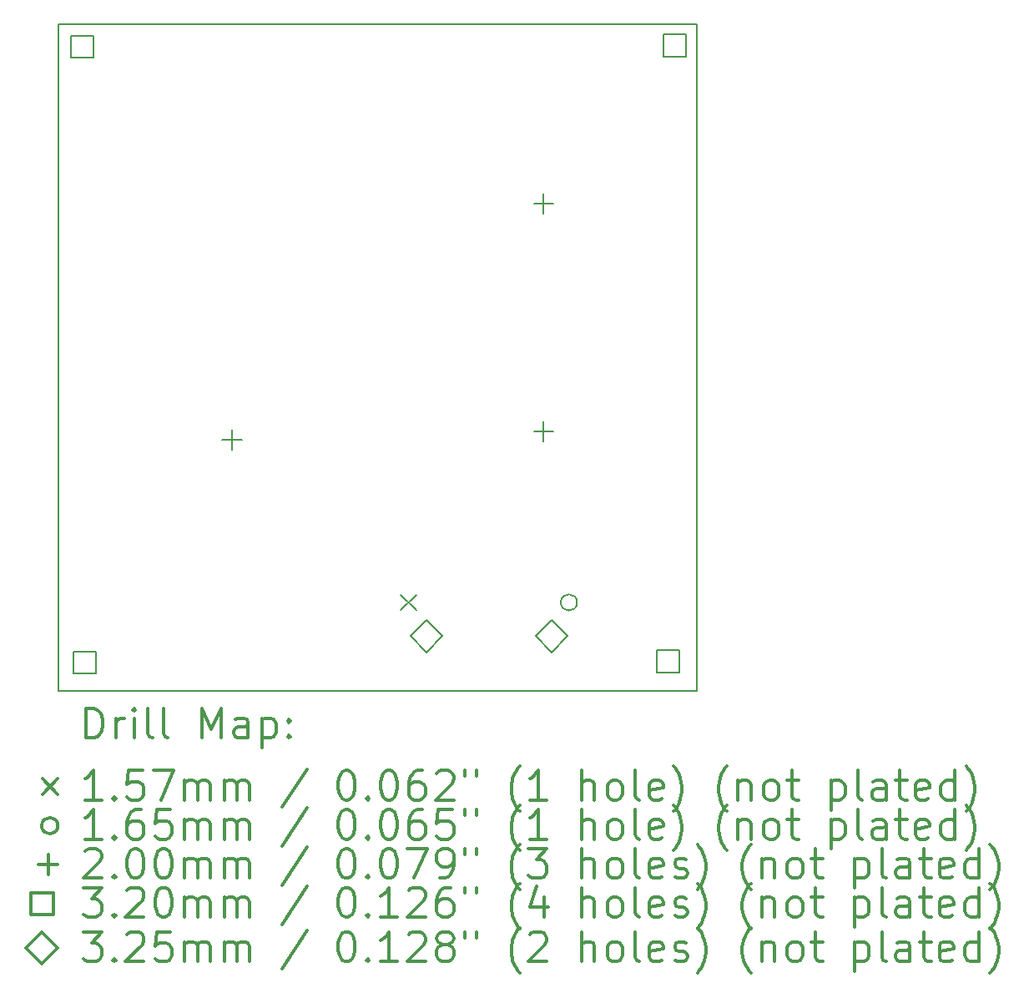
<source format=gbr>
%FSLAX45Y45*%
G04 Gerber Fmt 4.5, Leading zero omitted, Abs format (unit mm)*
G04 Created by KiCad (PCBNEW 4.1.0-alpha+201608171232+7063~46~ubuntu14.04.1-product) date Fri Aug 19 13:41:16 2016*
%MOMM*%
%LPD*%
G01*
G04 APERTURE LIST*
%ADD10C,0.127000*%
%ADD11C,0.150000*%
%ADD12C,0.200000*%
%ADD13C,0.300000*%
G04 APERTURE END LIST*
D10*
D11*
X18402300Y-5791200D02*
X11925300Y-5791200D01*
X18402300Y-12560300D02*
X18402300Y-5791200D01*
X11925300Y-12560300D02*
X18402300Y-12560300D01*
X11925300Y-5791200D02*
X11925300Y-12560300D01*
D12*
X15397920Y-11580000D02*
X15554920Y-11737000D01*
X15554920Y-11580000D02*
X15397920Y-11737000D01*
X17184920Y-11658500D02*
G75*
G03X17184920Y-11658500I-82500J0D01*
G01*
X13681840Y-9907840D02*
X13681840Y-10107840D01*
X13581840Y-10007840D02*
X13781840Y-10007840D01*
X16845840Y-7512840D02*
X16845840Y-7712840D01*
X16745840Y-7612840D02*
X16945840Y-7612840D01*
X16845840Y-9820840D02*
X16845840Y-10020840D01*
X16745840Y-9920840D02*
X16945840Y-9920840D01*
X12279738Y-6132938D02*
X12279738Y-5906662D01*
X12053462Y-5906662D01*
X12053462Y-6132938D01*
X12279738Y-6132938D01*
X12305138Y-12381338D02*
X12305138Y-12155062D01*
X12078862Y-12155062D01*
X12078862Y-12381338D01*
X12305138Y-12381338D01*
X18223338Y-12368638D02*
X18223338Y-12142362D01*
X17997062Y-12142362D01*
X17997062Y-12368638D01*
X18223338Y-12368638D01*
X18286838Y-6120238D02*
X18286838Y-5893962D01*
X18060562Y-5893962D01*
X18060562Y-6120238D01*
X18286838Y-6120238D01*
X15654420Y-12164000D02*
X15816920Y-12001500D01*
X15654420Y-11839000D01*
X15491920Y-12001500D01*
X15654420Y-12164000D01*
X16924420Y-12164000D02*
X17086920Y-12001500D01*
X16924420Y-11839000D01*
X16761920Y-12001500D01*
X16924420Y-12164000D01*
D13*
X12204228Y-13033514D02*
X12204228Y-12733514D01*
X12275657Y-12733514D01*
X12318514Y-12747800D01*
X12347086Y-12776371D01*
X12361371Y-12804943D01*
X12375657Y-12862086D01*
X12375657Y-12904943D01*
X12361371Y-12962086D01*
X12347086Y-12990657D01*
X12318514Y-13019229D01*
X12275657Y-13033514D01*
X12204228Y-13033514D01*
X12504228Y-13033514D02*
X12504228Y-12833514D01*
X12504228Y-12890657D02*
X12518514Y-12862086D01*
X12532800Y-12847800D01*
X12561371Y-12833514D01*
X12589943Y-12833514D01*
X12689943Y-13033514D02*
X12689943Y-12833514D01*
X12689943Y-12733514D02*
X12675657Y-12747800D01*
X12689943Y-12762086D01*
X12704228Y-12747800D01*
X12689943Y-12733514D01*
X12689943Y-12762086D01*
X12875657Y-13033514D02*
X12847086Y-13019229D01*
X12832800Y-12990657D01*
X12832800Y-12733514D01*
X13032800Y-13033514D02*
X13004228Y-13019229D01*
X12989943Y-12990657D01*
X12989943Y-12733514D01*
X13375657Y-13033514D02*
X13375657Y-12733514D01*
X13475657Y-12947800D01*
X13575657Y-12733514D01*
X13575657Y-13033514D01*
X13847086Y-13033514D02*
X13847086Y-12876371D01*
X13832800Y-12847800D01*
X13804228Y-12833514D01*
X13747086Y-12833514D01*
X13718514Y-12847800D01*
X13847086Y-13019229D02*
X13818514Y-13033514D01*
X13747086Y-13033514D01*
X13718514Y-13019229D01*
X13704228Y-12990657D01*
X13704228Y-12962086D01*
X13718514Y-12933514D01*
X13747086Y-12919229D01*
X13818514Y-12919229D01*
X13847086Y-12904943D01*
X13989943Y-12833514D02*
X13989943Y-13133514D01*
X13989943Y-12847800D02*
X14018514Y-12833514D01*
X14075657Y-12833514D01*
X14104228Y-12847800D01*
X14118514Y-12862086D01*
X14132800Y-12890657D01*
X14132800Y-12976371D01*
X14118514Y-13004943D01*
X14104228Y-13019229D01*
X14075657Y-13033514D01*
X14018514Y-13033514D01*
X13989943Y-13019229D01*
X14261371Y-13004943D02*
X14275657Y-13019229D01*
X14261371Y-13033514D01*
X14247086Y-13019229D01*
X14261371Y-13004943D01*
X14261371Y-13033514D01*
X14261371Y-12847800D02*
X14275657Y-12862086D01*
X14261371Y-12876371D01*
X14247086Y-12862086D01*
X14261371Y-12847800D01*
X14261371Y-12876371D01*
X11760800Y-13449300D02*
X11917800Y-13606300D01*
X11917800Y-13449300D02*
X11760800Y-13606300D01*
X12361371Y-13663514D02*
X12189943Y-13663514D01*
X12275657Y-13663514D02*
X12275657Y-13363514D01*
X12247086Y-13406371D01*
X12218514Y-13434943D01*
X12189943Y-13449229D01*
X12489943Y-13634943D02*
X12504228Y-13649229D01*
X12489943Y-13663514D01*
X12475657Y-13649229D01*
X12489943Y-13634943D01*
X12489943Y-13663514D01*
X12775657Y-13363514D02*
X12632800Y-13363514D01*
X12618514Y-13506371D01*
X12632800Y-13492086D01*
X12661371Y-13477800D01*
X12732800Y-13477800D01*
X12761371Y-13492086D01*
X12775657Y-13506371D01*
X12789943Y-13534943D01*
X12789943Y-13606371D01*
X12775657Y-13634943D01*
X12761371Y-13649229D01*
X12732800Y-13663514D01*
X12661371Y-13663514D01*
X12632800Y-13649229D01*
X12618514Y-13634943D01*
X12889943Y-13363514D02*
X13089943Y-13363514D01*
X12961371Y-13663514D01*
X13204228Y-13663514D02*
X13204228Y-13463514D01*
X13204228Y-13492086D02*
X13218514Y-13477800D01*
X13247086Y-13463514D01*
X13289943Y-13463514D01*
X13318514Y-13477800D01*
X13332800Y-13506371D01*
X13332800Y-13663514D01*
X13332800Y-13506371D02*
X13347086Y-13477800D01*
X13375657Y-13463514D01*
X13418514Y-13463514D01*
X13447086Y-13477800D01*
X13461371Y-13506371D01*
X13461371Y-13663514D01*
X13604228Y-13663514D02*
X13604228Y-13463514D01*
X13604228Y-13492086D02*
X13618514Y-13477800D01*
X13647086Y-13463514D01*
X13689943Y-13463514D01*
X13718514Y-13477800D01*
X13732800Y-13506371D01*
X13732800Y-13663514D01*
X13732800Y-13506371D02*
X13747086Y-13477800D01*
X13775657Y-13463514D01*
X13818514Y-13463514D01*
X13847086Y-13477800D01*
X13861371Y-13506371D01*
X13861371Y-13663514D01*
X14447086Y-13349229D02*
X14189943Y-13734943D01*
X14832800Y-13363514D02*
X14861371Y-13363514D01*
X14889943Y-13377800D01*
X14904228Y-13392086D01*
X14918514Y-13420657D01*
X14932800Y-13477800D01*
X14932800Y-13549229D01*
X14918514Y-13606371D01*
X14904228Y-13634943D01*
X14889943Y-13649229D01*
X14861371Y-13663514D01*
X14832800Y-13663514D01*
X14804228Y-13649229D01*
X14789943Y-13634943D01*
X14775657Y-13606371D01*
X14761371Y-13549229D01*
X14761371Y-13477800D01*
X14775657Y-13420657D01*
X14789943Y-13392086D01*
X14804228Y-13377800D01*
X14832800Y-13363514D01*
X15061371Y-13634943D02*
X15075657Y-13649229D01*
X15061371Y-13663514D01*
X15047086Y-13649229D01*
X15061371Y-13634943D01*
X15061371Y-13663514D01*
X15261371Y-13363514D02*
X15289943Y-13363514D01*
X15318514Y-13377800D01*
X15332800Y-13392086D01*
X15347086Y-13420657D01*
X15361371Y-13477800D01*
X15361371Y-13549229D01*
X15347086Y-13606371D01*
X15332800Y-13634943D01*
X15318514Y-13649229D01*
X15289943Y-13663514D01*
X15261371Y-13663514D01*
X15232800Y-13649229D01*
X15218514Y-13634943D01*
X15204228Y-13606371D01*
X15189943Y-13549229D01*
X15189943Y-13477800D01*
X15204228Y-13420657D01*
X15218514Y-13392086D01*
X15232800Y-13377800D01*
X15261371Y-13363514D01*
X15618514Y-13363514D02*
X15561371Y-13363514D01*
X15532800Y-13377800D01*
X15518514Y-13392086D01*
X15489943Y-13434943D01*
X15475657Y-13492086D01*
X15475657Y-13606371D01*
X15489943Y-13634943D01*
X15504228Y-13649229D01*
X15532800Y-13663514D01*
X15589943Y-13663514D01*
X15618514Y-13649229D01*
X15632800Y-13634943D01*
X15647086Y-13606371D01*
X15647086Y-13534943D01*
X15632800Y-13506371D01*
X15618514Y-13492086D01*
X15589943Y-13477800D01*
X15532800Y-13477800D01*
X15504228Y-13492086D01*
X15489943Y-13506371D01*
X15475657Y-13534943D01*
X15761371Y-13392086D02*
X15775657Y-13377800D01*
X15804228Y-13363514D01*
X15875657Y-13363514D01*
X15904228Y-13377800D01*
X15918514Y-13392086D01*
X15932800Y-13420657D01*
X15932800Y-13449229D01*
X15918514Y-13492086D01*
X15747086Y-13663514D01*
X15932800Y-13663514D01*
X16047086Y-13363514D02*
X16047086Y-13420657D01*
X16161371Y-13363514D02*
X16161371Y-13420657D01*
X16604228Y-13777800D02*
X16589943Y-13763514D01*
X16561371Y-13720657D01*
X16547086Y-13692086D01*
X16532800Y-13649229D01*
X16518514Y-13577800D01*
X16518514Y-13520657D01*
X16532800Y-13449229D01*
X16547086Y-13406371D01*
X16561371Y-13377800D01*
X16589943Y-13334943D01*
X16604228Y-13320657D01*
X16875657Y-13663514D02*
X16704228Y-13663514D01*
X16789943Y-13663514D02*
X16789943Y-13363514D01*
X16761371Y-13406371D01*
X16732800Y-13434943D01*
X16704228Y-13449229D01*
X17232800Y-13663514D02*
X17232800Y-13363514D01*
X17361371Y-13663514D02*
X17361371Y-13506371D01*
X17347086Y-13477800D01*
X17318514Y-13463514D01*
X17275657Y-13463514D01*
X17247086Y-13477800D01*
X17232800Y-13492086D01*
X17547086Y-13663514D02*
X17518514Y-13649229D01*
X17504228Y-13634943D01*
X17489943Y-13606371D01*
X17489943Y-13520657D01*
X17504228Y-13492086D01*
X17518514Y-13477800D01*
X17547086Y-13463514D01*
X17589943Y-13463514D01*
X17618514Y-13477800D01*
X17632800Y-13492086D01*
X17647086Y-13520657D01*
X17647086Y-13606371D01*
X17632800Y-13634943D01*
X17618514Y-13649229D01*
X17589943Y-13663514D01*
X17547086Y-13663514D01*
X17818514Y-13663514D02*
X17789943Y-13649229D01*
X17775657Y-13620657D01*
X17775657Y-13363514D01*
X18047086Y-13649229D02*
X18018514Y-13663514D01*
X17961371Y-13663514D01*
X17932800Y-13649229D01*
X17918514Y-13620657D01*
X17918514Y-13506371D01*
X17932800Y-13477800D01*
X17961371Y-13463514D01*
X18018514Y-13463514D01*
X18047086Y-13477800D01*
X18061371Y-13506371D01*
X18061371Y-13534943D01*
X17918514Y-13563514D01*
X18161371Y-13777800D02*
X18175657Y-13763514D01*
X18204228Y-13720657D01*
X18218514Y-13692086D01*
X18232800Y-13649229D01*
X18247086Y-13577800D01*
X18247086Y-13520657D01*
X18232800Y-13449229D01*
X18218514Y-13406371D01*
X18204228Y-13377800D01*
X18175657Y-13334943D01*
X18161371Y-13320657D01*
X18704228Y-13777800D02*
X18689943Y-13763514D01*
X18661371Y-13720657D01*
X18647086Y-13692086D01*
X18632800Y-13649229D01*
X18618514Y-13577800D01*
X18618514Y-13520657D01*
X18632800Y-13449229D01*
X18647086Y-13406371D01*
X18661371Y-13377800D01*
X18689943Y-13334943D01*
X18704228Y-13320657D01*
X18818514Y-13463514D02*
X18818514Y-13663514D01*
X18818514Y-13492086D02*
X18832800Y-13477800D01*
X18861371Y-13463514D01*
X18904228Y-13463514D01*
X18932800Y-13477800D01*
X18947086Y-13506371D01*
X18947086Y-13663514D01*
X19132800Y-13663514D02*
X19104228Y-13649229D01*
X19089943Y-13634943D01*
X19075657Y-13606371D01*
X19075657Y-13520657D01*
X19089943Y-13492086D01*
X19104228Y-13477800D01*
X19132800Y-13463514D01*
X19175657Y-13463514D01*
X19204228Y-13477800D01*
X19218514Y-13492086D01*
X19232800Y-13520657D01*
X19232800Y-13606371D01*
X19218514Y-13634943D01*
X19204228Y-13649229D01*
X19175657Y-13663514D01*
X19132800Y-13663514D01*
X19318514Y-13463514D02*
X19432800Y-13463514D01*
X19361371Y-13363514D02*
X19361371Y-13620657D01*
X19375657Y-13649229D01*
X19404228Y-13663514D01*
X19432800Y-13663514D01*
X19761371Y-13463514D02*
X19761371Y-13763514D01*
X19761371Y-13477800D02*
X19789943Y-13463514D01*
X19847086Y-13463514D01*
X19875657Y-13477800D01*
X19889943Y-13492086D01*
X19904228Y-13520657D01*
X19904228Y-13606371D01*
X19889943Y-13634943D01*
X19875657Y-13649229D01*
X19847086Y-13663514D01*
X19789943Y-13663514D01*
X19761371Y-13649229D01*
X20075657Y-13663514D02*
X20047086Y-13649229D01*
X20032800Y-13620657D01*
X20032800Y-13363514D01*
X20318514Y-13663514D02*
X20318514Y-13506371D01*
X20304228Y-13477800D01*
X20275657Y-13463514D01*
X20218514Y-13463514D01*
X20189943Y-13477800D01*
X20318514Y-13649229D02*
X20289943Y-13663514D01*
X20218514Y-13663514D01*
X20189943Y-13649229D01*
X20175657Y-13620657D01*
X20175657Y-13592086D01*
X20189943Y-13563514D01*
X20218514Y-13549229D01*
X20289943Y-13549229D01*
X20318514Y-13534943D01*
X20418514Y-13463514D02*
X20532800Y-13463514D01*
X20461371Y-13363514D02*
X20461371Y-13620657D01*
X20475657Y-13649229D01*
X20504228Y-13663514D01*
X20532800Y-13663514D01*
X20747086Y-13649229D02*
X20718514Y-13663514D01*
X20661371Y-13663514D01*
X20632800Y-13649229D01*
X20618514Y-13620657D01*
X20618514Y-13506371D01*
X20632800Y-13477800D01*
X20661371Y-13463514D01*
X20718514Y-13463514D01*
X20747086Y-13477800D01*
X20761371Y-13506371D01*
X20761371Y-13534943D01*
X20618514Y-13563514D01*
X21018514Y-13663514D02*
X21018514Y-13363514D01*
X21018514Y-13649229D02*
X20989943Y-13663514D01*
X20932800Y-13663514D01*
X20904228Y-13649229D01*
X20889943Y-13634943D01*
X20875657Y-13606371D01*
X20875657Y-13520657D01*
X20889943Y-13492086D01*
X20904228Y-13477800D01*
X20932800Y-13463514D01*
X20989943Y-13463514D01*
X21018514Y-13477800D01*
X21132800Y-13777800D02*
X21147086Y-13763514D01*
X21175657Y-13720657D01*
X21189943Y-13692086D01*
X21204228Y-13649229D01*
X21218514Y-13577800D01*
X21218514Y-13520657D01*
X21204228Y-13449229D01*
X21189943Y-13406371D01*
X21175657Y-13377800D01*
X21147086Y-13334943D01*
X21132800Y-13320657D01*
X11917800Y-13923800D02*
G75*
G03X11917800Y-13923800I-82500J0D01*
G01*
X12361371Y-14059514D02*
X12189943Y-14059514D01*
X12275657Y-14059514D02*
X12275657Y-13759514D01*
X12247086Y-13802371D01*
X12218514Y-13830943D01*
X12189943Y-13845229D01*
X12489943Y-14030943D02*
X12504228Y-14045229D01*
X12489943Y-14059514D01*
X12475657Y-14045229D01*
X12489943Y-14030943D01*
X12489943Y-14059514D01*
X12761371Y-13759514D02*
X12704228Y-13759514D01*
X12675657Y-13773800D01*
X12661371Y-13788086D01*
X12632800Y-13830943D01*
X12618514Y-13888086D01*
X12618514Y-14002371D01*
X12632800Y-14030943D01*
X12647086Y-14045229D01*
X12675657Y-14059514D01*
X12732800Y-14059514D01*
X12761371Y-14045229D01*
X12775657Y-14030943D01*
X12789943Y-14002371D01*
X12789943Y-13930943D01*
X12775657Y-13902371D01*
X12761371Y-13888086D01*
X12732800Y-13873800D01*
X12675657Y-13873800D01*
X12647086Y-13888086D01*
X12632800Y-13902371D01*
X12618514Y-13930943D01*
X13061371Y-13759514D02*
X12918514Y-13759514D01*
X12904228Y-13902371D01*
X12918514Y-13888086D01*
X12947086Y-13873800D01*
X13018514Y-13873800D01*
X13047086Y-13888086D01*
X13061371Y-13902371D01*
X13075657Y-13930943D01*
X13075657Y-14002371D01*
X13061371Y-14030943D01*
X13047086Y-14045229D01*
X13018514Y-14059514D01*
X12947086Y-14059514D01*
X12918514Y-14045229D01*
X12904228Y-14030943D01*
X13204228Y-14059514D02*
X13204228Y-13859514D01*
X13204228Y-13888086D02*
X13218514Y-13873800D01*
X13247086Y-13859514D01*
X13289943Y-13859514D01*
X13318514Y-13873800D01*
X13332800Y-13902371D01*
X13332800Y-14059514D01*
X13332800Y-13902371D02*
X13347086Y-13873800D01*
X13375657Y-13859514D01*
X13418514Y-13859514D01*
X13447086Y-13873800D01*
X13461371Y-13902371D01*
X13461371Y-14059514D01*
X13604228Y-14059514D02*
X13604228Y-13859514D01*
X13604228Y-13888086D02*
X13618514Y-13873800D01*
X13647086Y-13859514D01*
X13689943Y-13859514D01*
X13718514Y-13873800D01*
X13732800Y-13902371D01*
X13732800Y-14059514D01*
X13732800Y-13902371D02*
X13747086Y-13873800D01*
X13775657Y-13859514D01*
X13818514Y-13859514D01*
X13847086Y-13873800D01*
X13861371Y-13902371D01*
X13861371Y-14059514D01*
X14447086Y-13745229D02*
X14189943Y-14130943D01*
X14832800Y-13759514D02*
X14861371Y-13759514D01*
X14889943Y-13773800D01*
X14904228Y-13788086D01*
X14918514Y-13816657D01*
X14932800Y-13873800D01*
X14932800Y-13945229D01*
X14918514Y-14002371D01*
X14904228Y-14030943D01*
X14889943Y-14045229D01*
X14861371Y-14059514D01*
X14832800Y-14059514D01*
X14804228Y-14045229D01*
X14789943Y-14030943D01*
X14775657Y-14002371D01*
X14761371Y-13945229D01*
X14761371Y-13873800D01*
X14775657Y-13816657D01*
X14789943Y-13788086D01*
X14804228Y-13773800D01*
X14832800Y-13759514D01*
X15061371Y-14030943D02*
X15075657Y-14045229D01*
X15061371Y-14059514D01*
X15047086Y-14045229D01*
X15061371Y-14030943D01*
X15061371Y-14059514D01*
X15261371Y-13759514D02*
X15289943Y-13759514D01*
X15318514Y-13773800D01*
X15332800Y-13788086D01*
X15347086Y-13816657D01*
X15361371Y-13873800D01*
X15361371Y-13945229D01*
X15347086Y-14002371D01*
X15332800Y-14030943D01*
X15318514Y-14045229D01*
X15289943Y-14059514D01*
X15261371Y-14059514D01*
X15232800Y-14045229D01*
X15218514Y-14030943D01*
X15204228Y-14002371D01*
X15189943Y-13945229D01*
X15189943Y-13873800D01*
X15204228Y-13816657D01*
X15218514Y-13788086D01*
X15232800Y-13773800D01*
X15261371Y-13759514D01*
X15618514Y-13759514D02*
X15561371Y-13759514D01*
X15532800Y-13773800D01*
X15518514Y-13788086D01*
X15489943Y-13830943D01*
X15475657Y-13888086D01*
X15475657Y-14002371D01*
X15489943Y-14030943D01*
X15504228Y-14045229D01*
X15532800Y-14059514D01*
X15589943Y-14059514D01*
X15618514Y-14045229D01*
X15632800Y-14030943D01*
X15647086Y-14002371D01*
X15647086Y-13930943D01*
X15632800Y-13902371D01*
X15618514Y-13888086D01*
X15589943Y-13873800D01*
X15532800Y-13873800D01*
X15504228Y-13888086D01*
X15489943Y-13902371D01*
X15475657Y-13930943D01*
X15918514Y-13759514D02*
X15775657Y-13759514D01*
X15761371Y-13902371D01*
X15775657Y-13888086D01*
X15804228Y-13873800D01*
X15875657Y-13873800D01*
X15904228Y-13888086D01*
X15918514Y-13902371D01*
X15932800Y-13930943D01*
X15932800Y-14002371D01*
X15918514Y-14030943D01*
X15904228Y-14045229D01*
X15875657Y-14059514D01*
X15804228Y-14059514D01*
X15775657Y-14045229D01*
X15761371Y-14030943D01*
X16047086Y-13759514D02*
X16047086Y-13816657D01*
X16161371Y-13759514D02*
X16161371Y-13816657D01*
X16604228Y-14173800D02*
X16589943Y-14159514D01*
X16561371Y-14116657D01*
X16547086Y-14088086D01*
X16532800Y-14045229D01*
X16518514Y-13973800D01*
X16518514Y-13916657D01*
X16532800Y-13845229D01*
X16547086Y-13802371D01*
X16561371Y-13773800D01*
X16589943Y-13730943D01*
X16604228Y-13716657D01*
X16875657Y-14059514D02*
X16704228Y-14059514D01*
X16789943Y-14059514D02*
X16789943Y-13759514D01*
X16761371Y-13802371D01*
X16732800Y-13830943D01*
X16704228Y-13845229D01*
X17232800Y-14059514D02*
X17232800Y-13759514D01*
X17361371Y-14059514D02*
X17361371Y-13902371D01*
X17347086Y-13873800D01*
X17318514Y-13859514D01*
X17275657Y-13859514D01*
X17247086Y-13873800D01*
X17232800Y-13888086D01*
X17547086Y-14059514D02*
X17518514Y-14045229D01*
X17504228Y-14030943D01*
X17489943Y-14002371D01*
X17489943Y-13916657D01*
X17504228Y-13888086D01*
X17518514Y-13873800D01*
X17547086Y-13859514D01*
X17589943Y-13859514D01*
X17618514Y-13873800D01*
X17632800Y-13888086D01*
X17647086Y-13916657D01*
X17647086Y-14002371D01*
X17632800Y-14030943D01*
X17618514Y-14045229D01*
X17589943Y-14059514D01*
X17547086Y-14059514D01*
X17818514Y-14059514D02*
X17789943Y-14045229D01*
X17775657Y-14016657D01*
X17775657Y-13759514D01*
X18047086Y-14045229D02*
X18018514Y-14059514D01*
X17961371Y-14059514D01*
X17932800Y-14045229D01*
X17918514Y-14016657D01*
X17918514Y-13902371D01*
X17932800Y-13873800D01*
X17961371Y-13859514D01*
X18018514Y-13859514D01*
X18047086Y-13873800D01*
X18061371Y-13902371D01*
X18061371Y-13930943D01*
X17918514Y-13959514D01*
X18161371Y-14173800D02*
X18175657Y-14159514D01*
X18204228Y-14116657D01*
X18218514Y-14088086D01*
X18232800Y-14045229D01*
X18247086Y-13973800D01*
X18247086Y-13916657D01*
X18232800Y-13845229D01*
X18218514Y-13802371D01*
X18204228Y-13773800D01*
X18175657Y-13730943D01*
X18161371Y-13716657D01*
X18704228Y-14173800D02*
X18689943Y-14159514D01*
X18661371Y-14116657D01*
X18647086Y-14088086D01*
X18632800Y-14045229D01*
X18618514Y-13973800D01*
X18618514Y-13916657D01*
X18632800Y-13845229D01*
X18647086Y-13802371D01*
X18661371Y-13773800D01*
X18689943Y-13730943D01*
X18704228Y-13716657D01*
X18818514Y-13859514D02*
X18818514Y-14059514D01*
X18818514Y-13888086D02*
X18832800Y-13873800D01*
X18861371Y-13859514D01*
X18904228Y-13859514D01*
X18932800Y-13873800D01*
X18947086Y-13902371D01*
X18947086Y-14059514D01*
X19132800Y-14059514D02*
X19104228Y-14045229D01*
X19089943Y-14030943D01*
X19075657Y-14002371D01*
X19075657Y-13916657D01*
X19089943Y-13888086D01*
X19104228Y-13873800D01*
X19132800Y-13859514D01*
X19175657Y-13859514D01*
X19204228Y-13873800D01*
X19218514Y-13888086D01*
X19232800Y-13916657D01*
X19232800Y-14002371D01*
X19218514Y-14030943D01*
X19204228Y-14045229D01*
X19175657Y-14059514D01*
X19132800Y-14059514D01*
X19318514Y-13859514D02*
X19432800Y-13859514D01*
X19361371Y-13759514D02*
X19361371Y-14016657D01*
X19375657Y-14045229D01*
X19404228Y-14059514D01*
X19432800Y-14059514D01*
X19761371Y-13859514D02*
X19761371Y-14159514D01*
X19761371Y-13873800D02*
X19789943Y-13859514D01*
X19847086Y-13859514D01*
X19875657Y-13873800D01*
X19889943Y-13888086D01*
X19904228Y-13916657D01*
X19904228Y-14002371D01*
X19889943Y-14030943D01*
X19875657Y-14045229D01*
X19847086Y-14059514D01*
X19789943Y-14059514D01*
X19761371Y-14045229D01*
X20075657Y-14059514D02*
X20047086Y-14045229D01*
X20032800Y-14016657D01*
X20032800Y-13759514D01*
X20318514Y-14059514D02*
X20318514Y-13902371D01*
X20304228Y-13873800D01*
X20275657Y-13859514D01*
X20218514Y-13859514D01*
X20189943Y-13873800D01*
X20318514Y-14045229D02*
X20289943Y-14059514D01*
X20218514Y-14059514D01*
X20189943Y-14045229D01*
X20175657Y-14016657D01*
X20175657Y-13988086D01*
X20189943Y-13959514D01*
X20218514Y-13945229D01*
X20289943Y-13945229D01*
X20318514Y-13930943D01*
X20418514Y-13859514D02*
X20532800Y-13859514D01*
X20461371Y-13759514D02*
X20461371Y-14016657D01*
X20475657Y-14045229D01*
X20504228Y-14059514D01*
X20532800Y-14059514D01*
X20747086Y-14045229D02*
X20718514Y-14059514D01*
X20661371Y-14059514D01*
X20632800Y-14045229D01*
X20618514Y-14016657D01*
X20618514Y-13902371D01*
X20632800Y-13873800D01*
X20661371Y-13859514D01*
X20718514Y-13859514D01*
X20747086Y-13873800D01*
X20761371Y-13902371D01*
X20761371Y-13930943D01*
X20618514Y-13959514D01*
X21018514Y-14059514D02*
X21018514Y-13759514D01*
X21018514Y-14045229D02*
X20989943Y-14059514D01*
X20932800Y-14059514D01*
X20904228Y-14045229D01*
X20889943Y-14030943D01*
X20875657Y-14002371D01*
X20875657Y-13916657D01*
X20889943Y-13888086D01*
X20904228Y-13873800D01*
X20932800Y-13859514D01*
X20989943Y-13859514D01*
X21018514Y-13873800D01*
X21132800Y-14173800D02*
X21147086Y-14159514D01*
X21175657Y-14116657D01*
X21189943Y-14088086D01*
X21204228Y-14045229D01*
X21218514Y-13973800D01*
X21218514Y-13916657D01*
X21204228Y-13845229D01*
X21189943Y-13802371D01*
X21175657Y-13773800D01*
X21147086Y-13730943D01*
X21132800Y-13716657D01*
X11817800Y-14219800D02*
X11817800Y-14419800D01*
X11717800Y-14319800D02*
X11917800Y-14319800D01*
X12189943Y-14184086D02*
X12204228Y-14169800D01*
X12232800Y-14155514D01*
X12304228Y-14155514D01*
X12332800Y-14169800D01*
X12347086Y-14184086D01*
X12361371Y-14212657D01*
X12361371Y-14241229D01*
X12347086Y-14284086D01*
X12175657Y-14455514D01*
X12361371Y-14455514D01*
X12489943Y-14426943D02*
X12504228Y-14441229D01*
X12489943Y-14455514D01*
X12475657Y-14441229D01*
X12489943Y-14426943D01*
X12489943Y-14455514D01*
X12689943Y-14155514D02*
X12718514Y-14155514D01*
X12747086Y-14169800D01*
X12761371Y-14184086D01*
X12775657Y-14212657D01*
X12789943Y-14269800D01*
X12789943Y-14341229D01*
X12775657Y-14398371D01*
X12761371Y-14426943D01*
X12747086Y-14441229D01*
X12718514Y-14455514D01*
X12689943Y-14455514D01*
X12661371Y-14441229D01*
X12647086Y-14426943D01*
X12632800Y-14398371D01*
X12618514Y-14341229D01*
X12618514Y-14269800D01*
X12632800Y-14212657D01*
X12647086Y-14184086D01*
X12661371Y-14169800D01*
X12689943Y-14155514D01*
X12975657Y-14155514D02*
X13004228Y-14155514D01*
X13032800Y-14169800D01*
X13047086Y-14184086D01*
X13061371Y-14212657D01*
X13075657Y-14269800D01*
X13075657Y-14341229D01*
X13061371Y-14398371D01*
X13047086Y-14426943D01*
X13032800Y-14441229D01*
X13004228Y-14455514D01*
X12975657Y-14455514D01*
X12947086Y-14441229D01*
X12932800Y-14426943D01*
X12918514Y-14398371D01*
X12904228Y-14341229D01*
X12904228Y-14269800D01*
X12918514Y-14212657D01*
X12932800Y-14184086D01*
X12947086Y-14169800D01*
X12975657Y-14155514D01*
X13204228Y-14455514D02*
X13204228Y-14255514D01*
X13204228Y-14284086D02*
X13218514Y-14269800D01*
X13247086Y-14255514D01*
X13289943Y-14255514D01*
X13318514Y-14269800D01*
X13332800Y-14298371D01*
X13332800Y-14455514D01*
X13332800Y-14298371D02*
X13347086Y-14269800D01*
X13375657Y-14255514D01*
X13418514Y-14255514D01*
X13447086Y-14269800D01*
X13461371Y-14298371D01*
X13461371Y-14455514D01*
X13604228Y-14455514D02*
X13604228Y-14255514D01*
X13604228Y-14284086D02*
X13618514Y-14269800D01*
X13647086Y-14255514D01*
X13689943Y-14255514D01*
X13718514Y-14269800D01*
X13732800Y-14298371D01*
X13732800Y-14455514D01*
X13732800Y-14298371D02*
X13747086Y-14269800D01*
X13775657Y-14255514D01*
X13818514Y-14255514D01*
X13847086Y-14269800D01*
X13861371Y-14298371D01*
X13861371Y-14455514D01*
X14447086Y-14141229D02*
X14189943Y-14526943D01*
X14832800Y-14155514D02*
X14861371Y-14155514D01*
X14889943Y-14169800D01*
X14904228Y-14184086D01*
X14918514Y-14212657D01*
X14932800Y-14269800D01*
X14932800Y-14341229D01*
X14918514Y-14398371D01*
X14904228Y-14426943D01*
X14889943Y-14441229D01*
X14861371Y-14455514D01*
X14832800Y-14455514D01*
X14804228Y-14441229D01*
X14789943Y-14426943D01*
X14775657Y-14398371D01*
X14761371Y-14341229D01*
X14761371Y-14269800D01*
X14775657Y-14212657D01*
X14789943Y-14184086D01*
X14804228Y-14169800D01*
X14832800Y-14155514D01*
X15061371Y-14426943D02*
X15075657Y-14441229D01*
X15061371Y-14455514D01*
X15047086Y-14441229D01*
X15061371Y-14426943D01*
X15061371Y-14455514D01*
X15261371Y-14155514D02*
X15289943Y-14155514D01*
X15318514Y-14169800D01*
X15332800Y-14184086D01*
X15347086Y-14212657D01*
X15361371Y-14269800D01*
X15361371Y-14341229D01*
X15347086Y-14398371D01*
X15332800Y-14426943D01*
X15318514Y-14441229D01*
X15289943Y-14455514D01*
X15261371Y-14455514D01*
X15232800Y-14441229D01*
X15218514Y-14426943D01*
X15204228Y-14398371D01*
X15189943Y-14341229D01*
X15189943Y-14269800D01*
X15204228Y-14212657D01*
X15218514Y-14184086D01*
X15232800Y-14169800D01*
X15261371Y-14155514D01*
X15461371Y-14155514D02*
X15661371Y-14155514D01*
X15532800Y-14455514D01*
X15789943Y-14455514D02*
X15847086Y-14455514D01*
X15875657Y-14441229D01*
X15889943Y-14426943D01*
X15918514Y-14384086D01*
X15932800Y-14326943D01*
X15932800Y-14212657D01*
X15918514Y-14184086D01*
X15904228Y-14169800D01*
X15875657Y-14155514D01*
X15818514Y-14155514D01*
X15789943Y-14169800D01*
X15775657Y-14184086D01*
X15761371Y-14212657D01*
X15761371Y-14284086D01*
X15775657Y-14312657D01*
X15789943Y-14326943D01*
X15818514Y-14341229D01*
X15875657Y-14341229D01*
X15904228Y-14326943D01*
X15918514Y-14312657D01*
X15932800Y-14284086D01*
X16047086Y-14155514D02*
X16047086Y-14212657D01*
X16161371Y-14155514D02*
X16161371Y-14212657D01*
X16604228Y-14569800D02*
X16589943Y-14555514D01*
X16561371Y-14512657D01*
X16547086Y-14484086D01*
X16532800Y-14441229D01*
X16518514Y-14369800D01*
X16518514Y-14312657D01*
X16532800Y-14241229D01*
X16547086Y-14198371D01*
X16561371Y-14169800D01*
X16589943Y-14126943D01*
X16604228Y-14112657D01*
X16689943Y-14155514D02*
X16875657Y-14155514D01*
X16775657Y-14269800D01*
X16818514Y-14269800D01*
X16847086Y-14284086D01*
X16861371Y-14298371D01*
X16875657Y-14326943D01*
X16875657Y-14398371D01*
X16861371Y-14426943D01*
X16847086Y-14441229D01*
X16818514Y-14455514D01*
X16732800Y-14455514D01*
X16704228Y-14441229D01*
X16689943Y-14426943D01*
X17232800Y-14455514D02*
X17232800Y-14155514D01*
X17361371Y-14455514D02*
X17361371Y-14298371D01*
X17347086Y-14269800D01*
X17318514Y-14255514D01*
X17275657Y-14255514D01*
X17247086Y-14269800D01*
X17232800Y-14284086D01*
X17547086Y-14455514D02*
X17518514Y-14441229D01*
X17504228Y-14426943D01*
X17489943Y-14398371D01*
X17489943Y-14312657D01*
X17504228Y-14284086D01*
X17518514Y-14269800D01*
X17547086Y-14255514D01*
X17589943Y-14255514D01*
X17618514Y-14269800D01*
X17632800Y-14284086D01*
X17647086Y-14312657D01*
X17647086Y-14398371D01*
X17632800Y-14426943D01*
X17618514Y-14441229D01*
X17589943Y-14455514D01*
X17547086Y-14455514D01*
X17818514Y-14455514D02*
X17789943Y-14441229D01*
X17775657Y-14412657D01*
X17775657Y-14155514D01*
X18047086Y-14441229D02*
X18018514Y-14455514D01*
X17961371Y-14455514D01*
X17932800Y-14441229D01*
X17918514Y-14412657D01*
X17918514Y-14298371D01*
X17932800Y-14269800D01*
X17961371Y-14255514D01*
X18018514Y-14255514D01*
X18047086Y-14269800D01*
X18061371Y-14298371D01*
X18061371Y-14326943D01*
X17918514Y-14355514D01*
X18175657Y-14441229D02*
X18204228Y-14455514D01*
X18261371Y-14455514D01*
X18289943Y-14441229D01*
X18304228Y-14412657D01*
X18304228Y-14398371D01*
X18289943Y-14369800D01*
X18261371Y-14355514D01*
X18218514Y-14355514D01*
X18189943Y-14341229D01*
X18175657Y-14312657D01*
X18175657Y-14298371D01*
X18189943Y-14269800D01*
X18218514Y-14255514D01*
X18261371Y-14255514D01*
X18289943Y-14269800D01*
X18404228Y-14569800D02*
X18418514Y-14555514D01*
X18447086Y-14512657D01*
X18461371Y-14484086D01*
X18475657Y-14441229D01*
X18489943Y-14369800D01*
X18489943Y-14312657D01*
X18475657Y-14241229D01*
X18461371Y-14198371D01*
X18447086Y-14169800D01*
X18418514Y-14126943D01*
X18404228Y-14112657D01*
X18947086Y-14569800D02*
X18932800Y-14555514D01*
X18904228Y-14512657D01*
X18889943Y-14484086D01*
X18875657Y-14441229D01*
X18861371Y-14369800D01*
X18861371Y-14312657D01*
X18875657Y-14241229D01*
X18889943Y-14198371D01*
X18904228Y-14169800D01*
X18932800Y-14126943D01*
X18947086Y-14112657D01*
X19061371Y-14255514D02*
X19061371Y-14455514D01*
X19061371Y-14284086D02*
X19075657Y-14269800D01*
X19104228Y-14255514D01*
X19147086Y-14255514D01*
X19175657Y-14269800D01*
X19189943Y-14298371D01*
X19189943Y-14455514D01*
X19375657Y-14455514D02*
X19347086Y-14441229D01*
X19332800Y-14426943D01*
X19318514Y-14398371D01*
X19318514Y-14312657D01*
X19332800Y-14284086D01*
X19347086Y-14269800D01*
X19375657Y-14255514D01*
X19418514Y-14255514D01*
X19447086Y-14269800D01*
X19461371Y-14284086D01*
X19475657Y-14312657D01*
X19475657Y-14398371D01*
X19461371Y-14426943D01*
X19447086Y-14441229D01*
X19418514Y-14455514D01*
X19375657Y-14455514D01*
X19561371Y-14255514D02*
X19675657Y-14255514D01*
X19604228Y-14155514D02*
X19604228Y-14412657D01*
X19618514Y-14441229D01*
X19647086Y-14455514D01*
X19675657Y-14455514D01*
X20004228Y-14255514D02*
X20004228Y-14555514D01*
X20004228Y-14269800D02*
X20032800Y-14255514D01*
X20089943Y-14255514D01*
X20118514Y-14269800D01*
X20132800Y-14284086D01*
X20147086Y-14312657D01*
X20147086Y-14398371D01*
X20132800Y-14426943D01*
X20118514Y-14441229D01*
X20089943Y-14455514D01*
X20032800Y-14455514D01*
X20004228Y-14441229D01*
X20318514Y-14455514D02*
X20289943Y-14441229D01*
X20275657Y-14412657D01*
X20275657Y-14155514D01*
X20561371Y-14455514D02*
X20561371Y-14298371D01*
X20547086Y-14269800D01*
X20518514Y-14255514D01*
X20461371Y-14255514D01*
X20432800Y-14269800D01*
X20561371Y-14441229D02*
X20532800Y-14455514D01*
X20461371Y-14455514D01*
X20432800Y-14441229D01*
X20418514Y-14412657D01*
X20418514Y-14384086D01*
X20432800Y-14355514D01*
X20461371Y-14341229D01*
X20532800Y-14341229D01*
X20561371Y-14326943D01*
X20661371Y-14255514D02*
X20775657Y-14255514D01*
X20704228Y-14155514D02*
X20704228Y-14412657D01*
X20718514Y-14441229D01*
X20747086Y-14455514D01*
X20775657Y-14455514D01*
X20989943Y-14441229D02*
X20961371Y-14455514D01*
X20904228Y-14455514D01*
X20875657Y-14441229D01*
X20861371Y-14412657D01*
X20861371Y-14298371D01*
X20875657Y-14269800D01*
X20904228Y-14255514D01*
X20961371Y-14255514D01*
X20989943Y-14269800D01*
X21004228Y-14298371D01*
X21004228Y-14326943D01*
X20861371Y-14355514D01*
X21261371Y-14455514D02*
X21261371Y-14155514D01*
X21261371Y-14441229D02*
X21232800Y-14455514D01*
X21175657Y-14455514D01*
X21147086Y-14441229D01*
X21132800Y-14426943D01*
X21118514Y-14398371D01*
X21118514Y-14312657D01*
X21132800Y-14284086D01*
X21147086Y-14269800D01*
X21175657Y-14255514D01*
X21232800Y-14255514D01*
X21261371Y-14269800D01*
X21375657Y-14569800D02*
X21389943Y-14555514D01*
X21418514Y-14512657D01*
X21432800Y-14484086D01*
X21447086Y-14441229D01*
X21461371Y-14369800D01*
X21461371Y-14312657D01*
X21447086Y-14241229D01*
X21432800Y-14198371D01*
X21418514Y-14169800D01*
X21389943Y-14126943D01*
X21375657Y-14112657D01*
X11870938Y-14828938D02*
X11870938Y-14602662D01*
X11644662Y-14602662D01*
X11644662Y-14828938D01*
X11870938Y-14828938D01*
X12175657Y-14551514D02*
X12361371Y-14551514D01*
X12261371Y-14665800D01*
X12304228Y-14665800D01*
X12332800Y-14680086D01*
X12347086Y-14694371D01*
X12361371Y-14722943D01*
X12361371Y-14794371D01*
X12347086Y-14822943D01*
X12332800Y-14837229D01*
X12304228Y-14851514D01*
X12218514Y-14851514D01*
X12189943Y-14837229D01*
X12175657Y-14822943D01*
X12489943Y-14822943D02*
X12504228Y-14837229D01*
X12489943Y-14851514D01*
X12475657Y-14837229D01*
X12489943Y-14822943D01*
X12489943Y-14851514D01*
X12618514Y-14580086D02*
X12632800Y-14565800D01*
X12661371Y-14551514D01*
X12732800Y-14551514D01*
X12761371Y-14565800D01*
X12775657Y-14580086D01*
X12789943Y-14608657D01*
X12789943Y-14637229D01*
X12775657Y-14680086D01*
X12604228Y-14851514D01*
X12789943Y-14851514D01*
X12975657Y-14551514D02*
X13004228Y-14551514D01*
X13032800Y-14565800D01*
X13047086Y-14580086D01*
X13061371Y-14608657D01*
X13075657Y-14665800D01*
X13075657Y-14737229D01*
X13061371Y-14794371D01*
X13047086Y-14822943D01*
X13032800Y-14837229D01*
X13004228Y-14851514D01*
X12975657Y-14851514D01*
X12947086Y-14837229D01*
X12932800Y-14822943D01*
X12918514Y-14794371D01*
X12904228Y-14737229D01*
X12904228Y-14665800D01*
X12918514Y-14608657D01*
X12932800Y-14580086D01*
X12947086Y-14565800D01*
X12975657Y-14551514D01*
X13204228Y-14851514D02*
X13204228Y-14651514D01*
X13204228Y-14680086D02*
X13218514Y-14665800D01*
X13247086Y-14651514D01*
X13289943Y-14651514D01*
X13318514Y-14665800D01*
X13332800Y-14694371D01*
X13332800Y-14851514D01*
X13332800Y-14694371D02*
X13347086Y-14665800D01*
X13375657Y-14651514D01*
X13418514Y-14651514D01*
X13447086Y-14665800D01*
X13461371Y-14694371D01*
X13461371Y-14851514D01*
X13604228Y-14851514D02*
X13604228Y-14651514D01*
X13604228Y-14680086D02*
X13618514Y-14665800D01*
X13647086Y-14651514D01*
X13689943Y-14651514D01*
X13718514Y-14665800D01*
X13732800Y-14694371D01*
X13732800Y-14851514D01*
X13732800Y-14694371D02*
X13747086Y-14665800D01*
X13775657Y-14651514D01*
X13818514Y-14651514D01*
X13847086Y-14665800D01*
X13861371Y-14694371D01*
X13861371Y-14851514D01*
X14447086Y-14537229D02*
X14189943Y-14922943D01*
X14832800Y-14551514D02*
X14861371Y-14551514D01*
X14889943Y-14565800D01*
X14904228Y-14580086D01*
X14918514Y-14608657D01*
X14932800Y-14665800D01*
X14932800Y-14737229D01*
X14918514Y-14794371D01*
X14904228Y-14822943D01*
X14889943Y-14837229D01*
X14861371Y-14851514D01*
X14832800Y-14851514D01*
X14804228Y-14837229D01*
X14789943Y-14822943D01*
X14775657Y-14794371D01*
X14761371Y-14737229D01*
X14761371Y-14665800D01*
X14775657Y-14608657D01*
X14789943Y-14580086D01*
X14804228Y-14565800D01*
X14832800Y-14551514D01*
X15061371Y-14822943D02*
X15075657Y-14837229D01*
X15061371Y-14851514D01*
X15047086Y-14837229D01*
X15061371Y-14822943D01*
X15061371Y-14851514D01*
X15361371Y-14851514D02*
X15189943Y-14851514D01*
X15275657Y-14851514D02*
X15275657Y-14551514D01*
X15247086Y-14594371D01*
X15218514Y-14622943D01*
X15189943Y-14637229D01*
X15475657Y-14580086D02*
X15489943Y-14565800D01*
X15518514Y-14551514D01*
X15589943Y-14551514D01*
X15618514Y-14565800D01*
X15632800Y-14580086D01*
X15647086Y-14608657D01*
X15647086Y-14637229D01*
X15632800Y-14680086D01*
X15461371Y-14851514D01*
X15647086Y-14851514D01*
X15904228Y-14551514D02*
X15847086Y-14551514D01*
X15818514Y-14565800D01*
X15804228Y-14580086D01*
X15775657Y-14622943D01*
X15761371Y-14680086D01*
X15761371Y-14794371D01*
X15775657Y-14822943D01*
X15789943Y-14837229D01*
X15818514Y-14851514D01*
X15875657Y-14851514D01*
X15904228Y-14837229D01*
X15918514Y-14822943D01*
X15932800Y-14794371D01*
X15932800Y-14722943D01*
X15918514Y-14694371D01*
X15904228Y-14680086D01*
X15875657Y-14665800D01*
X15818514Y-14665800D01*
X15789943Y-14680086D01*
X15775657Y-14694371D01*
X15761371Y-14722943D01*
X16047086Y-14551514D02*
X16047086Y-14608657D01*
X16161371Y-14551514D02*
X16161371Y-14608657D01*
X16604228Y-14965800D02*
X16589943Y-14951514D01*
X16561371Y-14908657D01*
X16547086Y-14880086D01*
X16532800Y-14837229D01*
X16518514Y-14765800D01*
X16518514Y-14708657D01*
X16532800Y-14637229D01*
X16547086Y-14594371D01*
X16561371Y-14565800D01*
X16589943Y-14522943D01*
X16604228Y-14508657D01*
X16847086Y-14651514D02*
X16847086Y-14851514D01*
X16775657Y-14537229D02*
X16704228Y-14751514D01*
X16889943Y-14751514D01*
X17232800Y-14851514D02*
X17232800Y-14551514D01*
X17361371Y-14851514D02*
X17361371Y-14694371D01*
X17347086Y-14665800D01*
X17318514Y-14651514D01*
X17275657Y-14651514D01*
X17247086Y-14665800D01*
X17232800Y-14680086D01*
X17547086Y-14851514D02*
X17518514Y-14837229D01*
X17504228Y-14822943D01*
X17489943Y-14794371D01*
X17489943Y-14708657D01*
X17504228Y-14680086D01*
X17518514Y-14665800D01*
X17547086Y-14651514D01*
X17589943Y-14651514D01*
X17618514Y-14665800D01*
X17632800Y-14680086D01*
X17647086Y-14708657D01*
X17647086Y-14794371D01*
X17632800Y-14822943D01*
X17618514Y-14837229D01*
X17589943Y-14851514D01*
X17547086Y-14851514D01*
X17818514Y-14851514D02*
X17789943Y-14837229D01*
X17775657Y-14808657D01*
X17775657Y-14551514D01*
X18047086Y-14837229D02*
X18018514Y-14851514D01*
X17961371Y-14851514D01*
X17932800Y-14837229D01*
X17918514Y-14808657D01*
X17918514Y-14694371D01*
X17932800Y-14665800D01*
X17961371Y-14651514D01*
X18018514Y-14651514D01*
X18047086Y-14665800D01*
X18061371Y-14694371D01*
X18061371Y-14722943D01*
X17918514Y-14751514D01*
X18175657Y-14837229D02*
X18204228Y-14851514D01*
X18261371Y-14851514D01*
X18289943Y-14837229D01*
X18304228Y-14808657D01*
X18304228Y-14794371D01*
X18289943Y-14765800D01*
X18261371Y-14751514D01*
X18218514Y-14751514D01*
X18189943Y-14737229D01*
X18175657Y-14708657D01*
X18175657Y-14694371D01*
X18189943Y-14665800D01*
X18218514Y-14651514D01*
X18261371Y-14651514D01*
X18289943Y-14665800D01*
X18404228Y-14965800D02*
X18418514Y-14951514D01*
X18447086Y-14908657D01*
X18461371Y-14880086D01*
X18475657Y-14837229D01*
X18489943Y-14765800D01*
X18489943Y-14708657D01*
X18475657Y-14637229D01*
X18461371Y-14594371D01*
X18447086Y-14565800D01*
X18418514Y-14522943D01*
X18404228Y-14508657D01*
X18947086Y-14965800D02*
X18932800Y-14951514D01*
X18904228Y-14908657D01*
X18889943Y-14880086D01*
X18875657Y-14837229D01*
X18861371Y-14765800D01*
X18861371Y-14708657D01*
X18875657Y-14637229D01*
X18889943Y-14594371D01*
X18904228Y-14565800D01*
X18932800Y-14522943D01*
X18947086Y-14508657D01*
X19061371Y-14651514D02*
X19061371Y-14851514D01*
X19061371Y-14680086D02*
X19075657Y-14665800D01*
X19104228Y-14651514D01*
X19147086Y-14651514D01*
X19175657Y-14665800D01*
X19189943Y-14694371D01*
X19189943Y-14851514D01*
X19375657Y-14851514D02*
X19347086Y-14837229D01*
X19332800Y-14822943D01*
X19318514Y-14794371D01*
X19318514Y-14708657D01*
X19332800Y-14680086D01*
X19347086Y-14665800D01*
X19375657Y-14651514D01*
X19418514Y-14651514D01*
X19447086Y-14665800D01*
X19461371Y-14680086D01*
X19475657Y-14708657D01*
X19475657Y-14794371D01*
X19461371Y-14822943D01*
X19447086Y-14837229D01*
X19418514Y-14851514D01*
X19375657Y-14851514D01*
X19561371Y-14651514D02*
X19675657Y-14651514D01*
X19604228Y-14551514D02*
X19604228Y-14808657D01*
X19618514Y-14837229D01*
X19647086Y-14851514D01*
X19675657Y-14851514D01*
X20004228Y-14651514D02*
X20004228Y-14951514D01*
X20004228Y-14665800D02*
X20032800Y-14651514D01*
X20089943Y-14651514D01*
X20118514Y-14665800D01*
X20132800Y-14680086D01*
X20147086Y-14708657D01*
X20147086Y-14794371D01*
X20132800Y-14822943D01*
X20118514Y-14837229D01*
X20089943Y-14851514D01*
X20032800Y-14851514D01*
X20004228Y-14837229D01*
X20318514Y-14851514D02*
X20289943Y-14837229D01*
X20275657Y-14808657D01*
X20275657Y-14551514D01*
X20561371Y-14851514D02*
X20561371Y-14694371D01*
X20547086Y-14665800D01*
X20518514Y-14651514D01*
X20461371Y-14651514D01*
X20432800Y-14665800D01*
X20561371Y-14837229D02*
X20532800Y-14851514D01*
X20461371Y-14851514D01*
X20432800Y-14837229D01*
X20418514Y-14808657D01*
X20418514Y-14780086D01*
X20432800Y-14751514D01*
X20461371Y-14737229D01*
X20532800Y-14737229D01*
X20561371Y-14722943D01*
X20661371Y-14651514D02*
X20775657Y-14651514D01*
X20704228Y-14551514D02*
X20704228Y-14808657D01*
X20718514Y-14837229D01*
X20747086Y-14851514D01*
X20775657Y-14851514D01*
X20989943Y-14837229D02*
X20961371Y-14851514D01*
X20904228Y-14851514D01*
X20875657Y-14837229D01*
X20861371Y-14808657D01*
X20861371Y-14694371D01*
X20875657Y-14665800D01*
X20904228Y-14651514D01*
X20961371Y-14651514D01*
X20989943Y-14665800D01*
X21004228Y-14694371D01*
X21004228Y-14722943D01*
X20861371Y-14751514D01*
X21261371Y-14851514D02*
X21261371Y-14551514D01*
X21261371Y-14837229D02*
X21232800Y-14851514D01*
X21175657Y-14851514D01*
X21147086Y-14837229D01*
X21132800Y-14822943D01*
X21118514Y-14794371D01*
X21118514Y-14708657D01*
X21132800Y-14680086D01*
X21147086Y-14665800D01*
X21175657Y-14651514D01*
X21232800Y-14651514D01*
X21261371Y-14665800D01*
X21375657Y-14965800D02*
X21389943Y-14951514D01*
X21418514Y-14908657D01*
X21432800Y-14880086D01*
X21447086Y-14837229D01*
X21461371Y-14765800D01*
X21461371Y-14708657D01*
X21447086Y-14637229D01*
X21432800Y-14594371D01*
X21418514Y-14565800D01*
X21389943Y-14522943D01*
X21375657Y-14508657D01*
X11755300Y-15328300D02*
X11917800Y-15165800D01*
X11755300Y-15003300D01*
X11592800Y-15165800D01*
X11755300Y-15328300D01*
X12175657Y-15001514D02*
X12361371Y-15001514D01*
X12261371Y-15115800D01*
X12304228Y-15115800D01*
X12332800Y-15130086D01*
X12347086Y-15144371D01*
X12361371Y-15172943D01*
X12361371Y-15244371D01*
X12347086Y-15272943D01*
X12332800Y-15287229D01*
X12304228Y-15301514D01*
X12218514Y-15301514D01*
X12189943Y-15287229D01*
X12175657Y-15272943D01*
X12489943Y-15272943D02*
X12504228Y-15287229D01*
X12489943Y-15301514D01*
X12475657Y-15287229D01*
X12489943Y-15272943D01*
X12489943Y-15301514D01*
X12618514Y-15030086D02*
X12632800Y-15015800D01*
X12661371Y-15001514D01*
X12732800Y-15001514D01*
X12761371Y-15015800D01*
X12775657Y-15030086D01*
X12789943Y-15058657D01*
X12789943Y-15087229D01*
X12775657Y-15130086D01*
X12604228Y-15301514D01*
X12789943Y-15301514D01*
X13061371Y-15001514D02*
X12918514Y-15001514D01*
X12904228Y-15144371D01*
X12918514Y-15130086D01*
X12947086Y-15115800D01*
X13018514Y-15115800D01*
X13047086Y-15130086D01*
X13061371Y-15144371D01*
X13075657Y-15172943D01*
X13075657Y-15244371D01*
X13061371Y-15272943D01*
X13047086Y-15287229D01*
X13018514Y-15301514D01*
X12947086Y-15301514D01*
X12918514Y-15287229D01*
X12904228Y-15272943D01*
X13204228Y-15301514D02*
X13204228Y-15101514D01*
X13204228Y-15130086D02*
X13218514Y-15115800D01*
X13247086Y-15101514D01*
X13289943Y-15101514D01*
X13318514Y-15115800D01*
X13332800Y-15144371D01*
X13332800Y-15301514D01*
X13332800Y-15144371D02*
X13347086Y-15115800D01*
X13375657Y-15101514D01*
X13418514Y-15101514D01*
X13447086Y-15115800D01*
X13461371Y-15144371D01*
X13461371Y-15301514D01*
X13604228Y-15301514D02*
X13604228Y-15101514D01*
X13604228Y-15130086D02*
X13618514Y-15115800D01*
X13647086Y-15101514D01*
X13689943Y-15101514D01*
X13718514Y-15115800D01*
X13732800Y-15144371D01*
X13732800Y-15301514D01*
X13732800Y-15144371D02*
X13747086Y-15115800D01*
X13775657Y-15101514D01*
X13818514Y-15101514D01*
X13847086Y-15115800D01*
X13861371Y-15144371D01*
X13861371Y-15301514D01*
X14447086Y-14987229D02*
X14189943Y-15372943D01*
X14832800Y-15001514D02*
X14861371Y-15001514D01*
X14889943Y-15015800D01*
X14904228Y-15030086D01*
X14918514Y-15058657D01*
X14932800Y-15115800D01*
X14932800Y-15187229D01*
X14918514Y-15244371D01*
X14904228Y-15272943D01*
X14889943Y-15287229D01*
X14861371Y-15301514D01*
X14832800Y-15301514D01*
X14804228Y-15287229D01*
X14789943Y-15272943D01*
X14775657Y-15244371D01*
X14761371Y-15187229D01*
X14761371Y-15115800D01*
X14775657Y-15058657D01*
X14789943Y-15030086D01*
X14804228Y-15015800D01*
X14832800Y-15001514D01*
X15061371Y-15272943D02*
X15075657Y-15287229D01*
X15061371Y-15301514D01*
X15047086Y-15287229D01*
X15061371Y-15272943D01*
X15061371Y-15301514D01*
X15361371Y-15301514D02*
X15189943Y-15301514D01*
X15275657Y-15301514D02*
X15275657Y-15001514D01*
X15247086Y-15044371D01*
X15218514Y-15072943D01*
X15189943Y-15087229D01*
X15475657Y-15030086D02*
X15489943Y-15015800D01*
X15518514Y-15001514D01*
X15589943Y-15001514D01*
X15618514Y-15015800D01*
X15632800Y-15030086D01*
X15647086Y-15058657D01*
X15647086Y-15087229D01*
X15632800Y-15130086D01*
X15461371Y-15301514D01*
X15647086Y-15301514D01*
X15818514Y-15130086D02*
X15789943Y-15115800D01*
X15775657Y-15101514D01*
X15761371Y-15072943D01*
X15761371Y-15058657D01*
X15775657Y-15030086D01*
X15789943Y-15015800D01*
X15818514Y-15001514D01*
X15875657Y-15001514D01*
X15904228Y-15015800D01*
X15918514Y-15030086D01*
X15932800Y-15058657D01*
X15932800Y-15072943D01*
X15918514Y-15101514D01*
X15904228Y-15115800D01*
X15875657Y-15130086D01*
X15818514Y-15130086D01*
X15789943Y-15144371D01*
X15775657Y-15158657D01*
X15761371Y-15187229D01*
X15761371Y-15244371D01*
X15775657Y-15272943D01*
X15789943Y-15287229D01*
X15818514Y-15301514D01*
X15875657Y-15301514D01*
X15904228Y-15287229D01*
X15918514Y-15272943D01*
X15932800Y-15244371D01*
X15932800Y-15187229D01*
X15918514Y-15158657D01*
X15904228Y-15144371D01*
X15875657Y-15130086D01*
X16047086Y-15001514D02*
X16047086Y-15058657D01*
X16161371Y-15001514D02*
X16161371Y-15058657D01*
X16604228Y-15415800D02*
X16589943Y-15401514D01*
X16561371Y-15358657D01*
X16547086Y-15330086D01*
X16532800Y-15287229D01*
X16518514Y-15215800D01*
X16518514Y-15158657D01*
X16532800Y-15087229D01*
X16547086Y-15044371D01*
X16561371Y-15015800D01*
X16589943Y-14972943D01*
X16604228Y-14958657D01*
X16704228Y-15030086D02*
X16718514Y-15015800D01*
X16747086Y-15001514D01*
X16818514Y-15001514D01*
X16847086Y-15015800D01*
X16861371Y-15030086D01*
X16875657Y-15058657D01*
X16875657Y-15087229D01*
X16861371Y-15130086D01*
X16689943Y-15301514D01*
X16875657Y-15301514D01*
X17232800Y-15301514D02*
X17232800Y-15001514D01*
X17361371Y-15301514D02*
X17361371Y-15144371D01*
X17347086Y-15115800D01*
X17318514Y-15101514D01*
X17275657Y-15101514D01*
X17247086Y-15115800D01*
X17232800Y-15130086D01*
X17547086Y-15301514D02*
X17518514Y-15287229D01*
X17504228Y-15272943D01*
X17489943Y-15244371D01*
X17489943Y-15158657D01*
X17504228Y-15130086D01*
X17518514Y-15115800D01*
X17547086Y-15101514D01*
X17589943Y-15101514D01*
X17618514Y-15115800D01*
X17632800Y-15130086D01*
X17647086Y-15158657D01*
X17647086Y-15244371D01*
X17632800Y-15272943D01*
X17618514Y-15287229D01*
X17589943Y-15301514D01*
X17547086Y-15301514D01*
X17818514Y-15301514D02*
X17789943Y-15287229D01*
X17775657Y-15258657D01*
X17775657Y-15001514D01*
X18047086Y-15287229D02*
X18018514Y-15301514D01*
X17961371Y-15301514D01*
X17932800Y-15287229D01*
X17918514Y-15258657D01*
X17918514Y-15144371D01*
X17932800Y-15115800D01*
X17961371Y-15101514D01*
X18018514Y-15101514D01*
X18047086Y-15115800D01*
X18061371Y-15144371D01*
X18061371Y-15172943D01*
X17918514Y-15201514D01*
X18175657Y-15287229D02*
X18204228Y-15301514D01*
X18261371Y-15301514D01*
X18289943Y-15287229D01*
X18304228Y-15258657D01*
X18304228Y-15244371D01*
X18289943Y-15215800D01*
X18261371Y-15201514D01*
X18218514Y-15201514D01*
X18189943Y-15187229D01*
X18175657Y-15158657D01*
X18175657Y-15144371D01*
X18189943Y-15115800D01*
X18218514Y-15101514D01*
X18261371Y-15101514D01*
X18289943Y-15115800D01*
X18404228Y-15415800D02*
X18418514Y-15401514D01*
X18447086Y-15358657D01*
X18461371Y-15330086D01*
X18475657Y-15287229D01*
X18489943Y-15215800D01*
X18489943Y-15158657D01*
X18475657Y-15087229D01*
X18461371Y-15044371D01*
X18447086Y-15015800D01*
X18418514Y-14972943D01*
X18404228Y-14958657D01*
X18947086Y-15415800D02*
X18932800Y-15401514D01*
X18904228Y-15358657D01*
X18889943Y-15330086D01*
X18875657Y-15287229D01*
X18861371Y-15215800D01*
X18861371Y-15158657D01*
X18875657Y-15087229D01*
X18889943Y-15044371D01*
X18904228Y-15015800D01*
X18932800Y-14972943D01*
X18947086Y-14958657D01*
X19061371Y-15101514D02*
X19061371Y-15301514D01*
X19061371Y-15130086D02*
X19075657Y-15115800D01*
X19104228Y-15101514D01*
X19147086Y-15101514D01*
X19175657Y-15115800D01*
X19189943Y-15144371D01*
X19189943Y-15301514D01*
X19375657Y-15301514D02*
X19347086Y-15287229D01*
X19332800Y-15272943D01*
X19318514Y-15244371D01*
X19318514Y-15158657D01*
X19332800Y-15130086D01*
X19347086Y-15115800D01*
X19375657Y-15101514D01*
X19418514Y-15101514D01*
X19447086Y-15115800D01*
X19461371Y-15130086D01*
X19475657Y-15158657D01*
X19475657Y-15244371D01*
X19461371Y-15272943D01*
X19447086Y-15287229D01*
X19418514Y-15301514D01*
X19375657Y-15301514D01*
X19561371Y-15101514D02*
X19675657Y-15101514D01*
X19604228Y-15001514D02*
X19604228Y-15258657D01*
X19618514Y-15287229D01*
X19647086Y-15301514D01*
X19675657Y-15301514D01*
X20004228Y-15101514D02*
X20004228Y-15401514D01*
X20004228Y-15115800D02*
X20032800Y-15101514D01*
X20089943Y-15101514D01*
X20118514Y-15115800D01*
X20132800Y-15130086D01*
X20147086Y-15158657D01*
X20147086Y-15244371D01*
X20132800Y-15272943D01*
X20118514Y-15287229D01*
X20089943Y-15301514D01*
X20032800Y-15301514D01*
X20004228Y-15287229D01*
X20318514Y-15301514D02*
X20289943Y-15287229D01*
X20275657Y-15258657D01*
X20275657Y-15001514D01*
X20561371Y-15301514D02*
X20561371Y-15144371D01*
X20547086Y-15115800D01*
X20518514Y-15101514D01*
X20461371Y-15101514D01*
X20432800Y-15115800D01*
X20561371Y-15287229D02*
X20532800Y-15301514D01*
X20461371Y-15301514D01*
X20432800Y-15287229D01*
X20418514Y-15258657D01*
X20418514Y-15230086D01*
X20432800Y-15201514D01*
X20461371Y-15187229D01*
X20532800Y-15187229D01*
X20561371Y-15172943D01*
X20661371Y-15101514D02*
X20775657Y-15101514D01*
X20704228Y-15001514D02*
X20704228Y-15258657D01*
X20718514Y-15287229D01*
X20747086Y-15301514D01*
X20775657Y-15301514D01*
X20989943Y-15287229D02*
X20961371Y-15301514D01*
X20904228Y-15301514D01*
X20875657Y-15287229D01*
X20861371Y-15258657D01*
X20861371Y-15144371D01*
X20875657Y-15115800D01*
X20904228Y-15101514D01*
X20961371Y-15101514D01*
X20989943Y-15115800D01*
X21004228Y-15144371D01*
X21004228Y-15172943D01*
X20861371Y-15201514D01*
X21261371Y-15301514D02*
X21261371Y-15001514D01*
X21261371Y-15287229D02*
X21232800Y-15301514D01*
X21175657Y-15301514D01*
X21147086Y-15287229D01*
X21132800Y-15272943D01*
X21118514Y-15244371D01*
X21118514Y-15158657D01*
X21132800Y-15130086D01*
X21147086Y-15115800D01*
X21175657Y-15101514D01*
X21232800Y-15101514D01*
X21261371Y-15115800D01*
X21375657Y-15415800D02*
X21389943Y-15401514D01*
X21418514Y-15358657D01*
X21432800Y-15330086D01*
X21447086Y-15287229D01*
X21461371Y-15215800D01*
X21461371Y-15158657D01*
X21447086Y-15087229D01*
X21432800Y-15044371D01*
X21418514Y-15015800D01*
X21389943Y-14972943D01*
X21375657Y-14958657D01*
M02*

</source>
